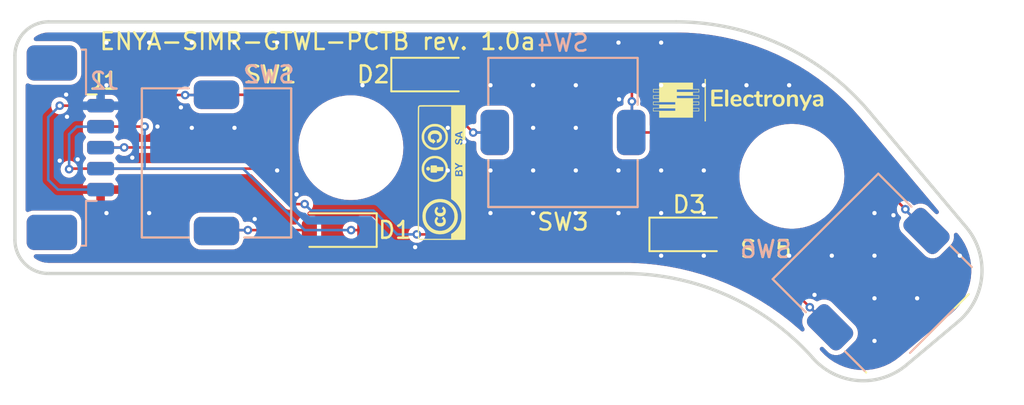
<source format=kicad_pcb>
(kicad_pcb (version 20221018) (generator pcbnew)
  (title_block (title "DIY GT Wheel Top Button Board") (date "2023-06-30") (rev "1.0a") (company "Electronya") (comment 1 "ENYA-SIMR-GTWL-PCTB"))
  (layers (0 "F.Cu" signal) (31 "B.Cu" signal) (34 "B.Paste" user) (35 "F.Paste" user) (36 "B.SilkS" user "B.Silkscreen") (37 "F.SilkS" user "F.Silkscreen") (38 "B.Mask" user) (39 "F.Mask" user) (44 "Edge.Cuts" user))
  (net 0 "")
  (net 1 "/BTN_ROW0")
  (net 2 "Net-(D1-A)")
  (net 3 "/BTN_ROW1")
  (net 4 "Net-(D2-A)")
  (net 5 "/BTN_ROW2")
  (net 6 "Net-(D3-A)")
  (net 7 "/BTN_COL")
  (net 8 "GND")
  (footprint "Diode_SMD:D_SOD-123" (layer "F.Cu") (at 237.871 131.445)
    (fp_text reference "D3" (at 0 -1.778) (layer "F.SilkS"))
    (fp_text value "1N4148W-7-F" hide)
    (pad "1" smd roundrect (at -1.65 0) (size 0.9 1.2) (layers "F.Cu" "F.Paste" "F.Mask") (net 5 "/BTN_ROW2"))
    (pad "2" smd roundrect (at 1.65 0) (size 0.9 1.2) (layers "F.Cu" "F.Paste" "F.Mask") (net 6 "Net-(D3-A)"))
  )
  (footprint "ENYA_Bitmap:CC-BY-SA_8MM" (layer "F.Cu") (at 223.139 127.762 90)
    (fp_text reference "G2" hide)
    (fp_text value "CC-BY-SA_Logo" hide)
  )
  (footprint "ENYA_Bitmap:Electronya_Logo_10MM" (layer "F.Cu") (at 240.792 123.444)
    (fp_text reference "G1" hide)
    (fp_text value "Electronya_Logo" hide)
  )
  (footprint "ENYA_Switch_Push:SKSTAJE_Alps_SPST" (layer "F.Cu") (at 249.134494 134.111883 -135)
    (fp_text reference "SW5" (at 3.474448 5.988754) (layer "F.SilkS"))
    (fp_text value "SKSTAJE010" hide)
    (pad "1" smd roundrect locked (at -4.06 0 225) (size 1.7 2.7) (layers "F.Cu" "F.Paste" "F.Mask") (net 7 "/BTN_COL"))
    (pad "2" smd roundrect locked (at 4.060001 0 225) (size 1.7 2.7) (layers "F.Cu" "F.Paste" "F.Mask") (net 6 "Net-(D3-A)") (clearance 0.2794))
  )
  (footprint "Diode_SMD:D_SOD-123" (layer "F.Cu") (at 216.916 131.191 180)
    (fp_text reference "D1" (at -3.429 0) (layer "F.SilkS"))
    (fp_text value "1N4148W-7-F" hide)
    (pad "1" smd roundrect (at -1.65 0 180) (size 0.9 1.2) (layers "F.Cu" "F.Paste" "F.Mask") (net 1 "/BTN_ROW0"))
    (pad "2" smd roundrect (at 1.65 0 180) (size 0.9 1.2) (layers "F.Cu" "F.Paste" "F.Mask") (net 2 "Net-(D1-A)"))
  )
  (footprint "Diode_SMD:D_SOD-123" (layer "F.Cu") (at 222.504 121.92)
    (fp_text reference "D2" (at -3.429 0) (layer "F.SilkS"))
    (fp_text value "1N4148W-7-F" hide)
    (pad "1" smd roundrect (at -1.65 0) (size 0.9 1.2) (layers "F.Cu" "F.Paste" "F.Mask") (net 3 "/BTN_ROW1"))
    (pad "2" smd roundrect (at 1.65 0) (size 0.9 1.2) (layers "F.Cu" "F.Paste" "F.Mask") (net 4 "Net-(D2-A)"))
  )
  (footprint "MountingHole:MountingHole_3.2mm_M3_DIN965" (layer "F.Cu") (at 243.992193 127.983527)
    (fp_text reference "MH2" hide)
    (fp_text value "MH-NPLTD-M3" hide)
    (pad "" np_thru_hole circle locked (at 0 0) (size 3.2 3.2) (drill 3.2) (layers "*.Cu" "*.Mask"))
  )
  (footprint "ENYA_Connector_PicoBlade:PICO_BLADE_53261_1x5_SMD_RA_1.25MM" (layer "F.Cu") (at 199.939 126.277 -90)
    (fp_text reference "J1" (at -3.976 -3.134 -180) (layer "F.SilkS"))
    (fp_text value "PICO_BLADE_1x5_MALE_RA_SMD" hide)
    (pad "1" smd roundrect locked (at -2.5 -2.9 270) (size 0.8 1.6) (layers "F.Cu" "F.Paste" "F.Mask") (net 7 "/BTN_COL"))
    (pad "2" smd roundrect locked (at -1.25 -2.9 270) (size 0.8 1.6) (layers "F.Cu" "F.Paste" "F.Mask") (net 1 "/BTN_ROW0"))
    (pad "3" smd roundrect locked (at 0 -2.9 270) (size 0.8 1.6) (layers "F.Cu" "F.Paste" "F.Mask") (net 3 "/BTN_ROW1"))
    (pad "4" smd roundrect locked (at 1.25 -2.9 270) (size 0.8 1.6) (layers "F.Cu" "F.Paste" "F.Mask") (net 5 "/BTN_ROW2"))
    (pad "5" smd roundrect locked (at 2.5 -2.9 270) (size 0.8 1.6) (layers "F.Cu" "F.Paste" "F.Mask") (net 8 "GND"))
    (pad "MP" smd roundrect locked (at -5.05 0 270) (size 2.1 3) (layers "F.Cu" "F.Paste" "F.Mask") (roundrect_rratio 0.208333))
    (pad "MP" smd roundrect locked (at 5.05 0 270) (size 2.1 3) (layers "F.Cu" "F.Paste" "F.Mask") (roundrect_rratio 0.208333))
  )
  (footprint "ENYA_Switch_Push:SKSTAJE_Alps_SPST" (layer "F.Cu") (at 209.739 127.184036 -90)
    (fp_text reference "SW1" (at -5.264036 -3.24 -180) (layer "F.SilkS"))
    (fp_text value "SKSTAJE010" hide)
    (pad "1" smd roundrect locked (at -4.06 0 270) (size 1.7 2.7) (layers "F.Cu" "F.Paste" "F.Mask") (net 7 "/BTN_COL"))
    (pad "2" smd roundrect locked (at 4.06 0 270) (size 1.7 2.7) (layers "F.Cu" "F.Paste" "F.Mask") (net 2 "Net-(D1-A)"))
  )
  (footprint "MountingHole:MountingHole_3.2mm_M3_DIN965" (layer "F.Cu") (at 217.739 126.277)
    (fp_text reference "MH1" hide)
    (fp_text value "MH-NPLTD-M3" hide)
    (pad "" np_thru_hole circle locked (at 0 0) (size 3.2 3.2) (drill 3.2) (layers "*.Cu" "*.Mask"))
  )
  (footprint "ENYA_Switch_Push:SKSTAJE_Alps_SPST" (layer "F.Cu") (at 230.364902 125.369964 180)
    (fp_text reference "SW3" (at 0 -5.334) (layer "F.SilkS"))
    (fp_text value "SKSTAJE010" hide)
    (pad "1" smd roundrect locked (at -4.06 0 180) (size 1.7 2.7) (layers "F.Cu" "F.Paste" "F.Mask") (net 7 "/BTN_COL"))
    (pad "2" smd roundrect locked (at 4.06 0 180) (size 1.7 2.7) (layers "F.Cu" "F.Paste" "F.Mask") (net 4 "Net-(D2-A)"))
  )
  (footprint "ENYA_Connector_PicoBlade:PICO_BLADE_53261_1x5_SMD_RA_1.25MM" (layer "B.Cu") (at 199.939 126.277 90)
    (fp_text reference "J2" (at 3.976 3.134 180) (layer "B.SilkS") (effects (justify mirror)))
    (fp_text value "PICO_BLADE_1x5_MALE_RA_SMD" hide)
    (pad "1" smd roundrect locked (at -2.5 2.9 90) (size 0.8 1.6) (layers "B.Cu" "B.Paste" "B.Mask") (net 7 "/BTN_COL"))
    (pad "2" smd roundrect locked (at -1.25 2.9 90) (size 0.8 1.6) (layers "B.Cu" "B.Paste" "B.Mask") (net 1 "/BTN_ROW0"))
    (pad "3" smd roundrect locked (at 0 2.9 90) (size 0.8 1.6) (layers "B.Cu" "B.Paste" "B.Mask") (net 3 "/BTN_ROW1"))
    (pad "4" smd roundrect locked (at 1.25 2.9 90) (size 0.8 1.6) (layers "B.Cu" "B.Paste" "B.Mask") (net 5 "/BTN_ROW2"))
    (pad "5" smd roundrect locked (at 2.5 2.9 90) (size 0.8 1.6) (layers "B.Cu" "B.Paste" "B.Mask") (net 8 "GND"))
    (pad "MP" smd roundrect locked (at -5.05 0 90) (size 2.1 3) (layers "B.Cu" "B.Paste" "B.Mask") (roundrect_rratio 0.208333))
    (pad "MP" smd roundrect locked (at 5.05 0 90) (size 2.1 3) (layers "B.Cu" "B.Paste" "B.Mask") (roundrect_rratio 0.208333))
  )
  (footprint "ENYA_Switch_Push:SKSTAJE_Alps_SPST" (layer "B.Cu") (at 230.364902 125.369964 180)
    (fp_text reference "SW4" (at 0 5.334) (layer "B.SilkS") (effects (justify mirror)))
    (fp_text value "SKSTAJE010" hide)
    (pad "1" smd roundrect locked (at -4.06 0 180) (size 1.7 2.7) (layers "B.Cu" "B.Paste" "B.Mask") (net 7 "/BTN_COL"))
    (pad "2" smd roundrect locked (at 4.06 0 180) (size 1.7 2.7) (layers "B.Cu" "B.Paste" "B.Mask") (net 4 "Net-(D2-A)"))
  )
  (footprint "ENYA_Switch_Push:SKSTAJE_Alps_SPST" (layer "B.Cu") (at 209.739 127.184036 -90)
    (fp_text reference "SW2" (at -5.264036 -3.113 -180) (layer "B.SilkS") (effects (justify mirror)))
    (fp_text value "SKSTAJE010" hide)
    (pad "1" smd roundrect locked (at -4.06 0 270) (size 1.7 2.7) (layers "B.Cu" "B.Paste" "B.Mask") (net 7 "/BTN_COL"))
    (pad "2" smd roundrect locked (at 4.06 0 270) (size 1.7 2.7) (layers "B.Cu" "B.Paste" "B.Mask") (net 2 "Net-(D1-A)"))
  )
  (footprint "ENYA_Switch_Push:SKSTAJE_Alps_SPST" (layer "B.Cu") (at 249.134494 134.111883 -135)
    (fp_text reference "SW6" (at 3.474448 5.988754) (layer "B.SilkS") (effects (justify mirror)))
    (fp_text value "SKSTAJE010" hide)
    (pad "1" smd roundrect locked (at -4.06 0 225) (size 1.7 2.7) (layers "B.Cu" "B.Paste" "B.Mask") (net 7 "/BTN_COL"))
    (pad "2" smd roundrect locked (at 4.060001 0 225) (size 1.7 2.7) (layers "B.Cu" "B.Paste" "B.Mask") (net 6 "Net-(D3-A)") (clearance 0.2794))
  )
  (gr_arc (start 234.026435 133.777) (mid 240.178043 135.096429) (end 245.247418 138.822627) (stroke (width 0.2)) (layer "Edge.Cuts"))
  (gr_line (start 197.739 120.777) (end 197.739 131.777) (stroke (width 0.2)) (layer "Edge.Cuts"))
  (gr_arc (start 250.810831 139.232306) (mid 247.945915 140.157345) (end 245.247418 138.822627) (stroke (width 0.2)) (layer "Edge.Cuts"))
  (gr_line (start 237.104828 118.777) (end 199.739 118.777) (stroke (width 0.2)) (layer "Edge.Cuts"))
  (gr_line (start 254.373548 131.021202) (end 248.595494 124.135186) (stroke (width 0.2)) (layer "Edge.Cuts"))
  (gr_line (start 250.810831 139.232306) (end 253.880521 136.65653) (stroke (width 0.2)) (layer "Edge.Cuts"))
  (gr_arc (start 197.739 120.777) (mid 198.324799 119.36282) (end 199.739 118.777) (stroke (width 0.2)) (layer "Edge.Cuts"))
  (gr_arc (start 254.373548 131.021202) (mid 255.294128 133.940967) (end 253.880521 136.65653) (stroke (width 0.2)) (layer "Edge.Cuts"))
  (gr_arc (start 199.739 133.777) (mid 198.324767 133.191228) (end 197.739 131.777) (stroke (width 0.2)) (layer "Edge.Cuts"))
  (gr_arc (start 237.104828 118.777) (mid 243.444111 120.182372) (end 248.595494 124.135186) (stroke (width 0.2)) (layer "Edge.Cuts"))
  (gr_line (start 199.739 133.777) (end 234.026435 133.777) (stroke (width 0.2)) (layer "Edge.Cuts"))
  (gr_text "ENYA-SIMR-GTWL-PCTB rev. 1.0a" (at 202.692 120.523) (layer "F.SilkS") (effects (font (size 1 1)) (justify left bottom)))
  (segment (start 205.4606 125.0188) (end 202.8472 125.0188) (width 0.1524) (layer "F.Cu") (net 1))
  (segment (start 202.8472 125.0188) (end 202.839 125.027) (width 0.1524) (layer "F.Cu") (net 1))
  (segment (start 218.566 131.191) (end 217.7542 131.191) (width 0.1524) (layer "F.Cu") (net 1))
  (via (at 205.4606 125.0188) (size 0.508) (drill 0.254) (layers "F.Cu" "B.Cu") (net 1))
  (via (at 217.7542 131.191) (size 0.508) (drill 0.254) (layers "F.Cu" "B.Cu") (net 1))
  (segment (start 205.4606 125.0188) (end 205.4606 127.527) (width 0.1524) (layer "B.Cu") (net 1))
  (segment (start 211.3216 127.527) (end 205.4606 127.527) (width 0.1524) (layer "B.Cu") (net 1))
  (segment (start 217.7542 131.191) (end 216.9668 131.191) (width 0.1524) (layer "B.Cu") (net 1))
  (segment (start 214.9856 131.191) (end 211.3216 127.527) (width 0.1524) (layer "B.Cu") (net 1))
  (segment (start 216.9668 131.191) (end 214.9856 131.191) (width 0.1524) (layer "B.Cu") (net 1))
  (segment (start 205.4606 127.527) (end 202.839 127.527) (width 0.1524) (layer "B.Cu") (net 1))
  (segment (start 215.266 131.191) (end 211.6074 131.191) (width 0.1524) (layer "F.Cu") (net 2))
  (segment (start 211.6074 131.191) (end 209.792036 131.191) (width 0.1524) (layer "F.Cu") (net 2))
  (segment (start 209.792036 131.191) (end 209.739 131.244036) (width 0.1524) (layer "F.Cu") (net 2))
  (via (at 211.6074 131.191) (size 0.508) (drill 0.254) (layers "F.Cu" "B.Cu") (net 2))
  (segment (start 209.792036 131.191) (end 209.739 131.244036) (width 0.1524) (layer "B.Cu") (net 2))
  (segment (start 211.6074 131.191) (end 209.792036 131.191) (width 0.1524) (layer "B.Cu") (net 2))
  (segment (start 204.2414 126.2634) (end 211.0232 126.2634) (width 0.1524) (layer "F.Cu") (net 3))
  (segment (start 211.0232 126.2634) (end 215.3666 121.92) (width 0.1524) (layer "F.Cu") (net 3))
  (segment (start 204.2414 126.2634) (end 202.8526 126.2634) (width 0.1524) (layer "F.Cu") (net 3))
  (segment (start 202.8526 126.2634) (end 202.839 126.277) (width 0.1524) (layer "F.Cu") (net 3))
  (segment (start 215.3666 121.92) (end 220.854 121.92) (width 0.1524) (layer "F.Cu") (net 3))
  (via (at 204.2414 126.2634) (size 0.508) (drill 0.254) (layers "F.Cu" "B.Cu") (net 3))
  (segment (start 204.2278 126.277) (end 204.2414 126.2634) (width 0.1524) (layer "B.Cu") (net 3))
  (segment (start 202.839 126.277) (end 204.2278 126.277) (width 0.1524) (layer "B.Cu") (net 3))
  (segment (start 225.0186 125.3744) (end 224.154 124.5098) (width 0.1524) (layer "F.Cu") (net 4))
  (segment (start 226.304902 125.369964) (end 225.023036 125.369964) (width 0.1524) (layer "F.Cu") (net 4))
  (segment (start 225.023036 125.369964) (end 225.0186 125.3744) (width 0.1524) (layer "F.Cu") (net 4))
  (segment (start 224.154 124.5098) (end 224.154 121.92) (width 0.1524) (layer "F.Cu") (net 4))
  (via (at 225.0186 125.3744) (size 0.508) (drill 0.254) (layers "F.Cu" "B.Cu") (net 4))
  (segment (start 226.300466 125.3744) (end 226.304902 125.369964) (width 0.1524) (layer "B.Cu") (net 4))
  (segment (start 225.0186 125.3744) (end 226.300466 125.3744) (width 0.1524) (layer "B.Cu") (net 4))
  (segment (start 214.9856 129.6416) (end 214.0712 129.6416) (width 0.1524) (layer "F.Cu") (net 5))
  (segment (start 224.6884 131.445) (end 221.6658 131.445) (width 0.1524) (layer "F.Cu") (net 5))
  (segment (start 224.6884 131.445) (end 236.221 131.445) (width 0.1524) (layer "F.Cu") (net 5))
  (segment (start 200.9648 127.5588) (end 200.9966 127.527) (width 0.1524) (layer "F.Cu") (net 5))
  (segment (start 214.0712 129.6416) (end 211.9566 127.527) (width 0.1524) (layer "F.Cu") (net 5))
  (segment (start 200.9966 127.527) (end 202.839 127.527) (width 0.1524) (layer "F.Cu") (net 5))
  (segment (start 211.9566 127.527) (end 202.839 127.527) (width 0.1524) (layer "F.Cu") (net 5))
  (via (at 214.9856 129.6416) (size 0.508) (drill 0.254) (layers "F.Cu" "B.Cu") (net 5))
  (via (at 200.9648 127.5588) (size 0.508) (drill 0.254) (layers "F.Cu" "B.Cu") (net 5))
  (via (at 221.6658 131.445) (size 0.508) (drill 0.254) (layers "F.Cu" "B.Cu") (net 5))
  (segment (start 200.9648 125.476) (end 201.4138 125.027) (width 0.1524) (layer "B.Cu") (net 5))
  (segment (start 200.9648 127.5588) (end 200.9648 125.476) (width 0.1524) (layer "B.Cu") (net 5))
  (segment (start 219.075 130.0226) (end 215.3666 130.0226) (width 0.1524) (layer "B.Cu") (net 5))
  (segment (start 215.3666 130.0226) (end 214.9856 129.6416) (width 0.1524) (layer "B.Cu") (net 5))
  (segment (start 220.4974 131.445) (end 219.075 130.0226) (width 0.1524) (layer "B.Cu") (net 5))
  (segment (start 221.6658 131.445) (end 220.4974 131.445) (width 0.1524) (layer "B.Cu") (net 5))
  (segment (start 201.4138 125.027) (end 202.839 125.027) (width 0.1524) (layer "B.Cu") (net 5))
  (segment (start 246.253537 136.982737) (end 245.0592 135.7884) (width 0.1524) (layer "F.Cu") (net 6))
  (segment (start 246.26364 136.982737) (end 246.253537 136.982737) (width 0.1524) (layer "F.Cu") (net 6))
  (segment (start 240.7158 131.445) (end 239.521 131.445) (width 0.1524) (layer "F.Cu") (net 6))
  (segment (start 245.0592 135.7884) (end 240.7158 131.445) (width 0.1524) (layer "F.Cu") (net 6))
  (via (at 245.0592 135.7884) (size 0.508) (drill 0.254) (layers "F.Cu" "B.Cu") (net 6))
  (segment (start 245.0592 135.7884) (end 245.069303 135.7884) (width 0.1524) (layer "B.Cu") (net 6))
  (segment (start 245.069303 135.7884) (end 246.26364 136.982737) (width 0.1524) (layer "B.Cu") (net 6))
  (segment (start 248.8438 126.8476) (end 248.8438 128.0414) (width 0.1524) (layer "F.Cu") (net 7))
  (segment (start 207.8736 123.1392) (end 209.723836 123.1392) (width 0.1524) (layer "F.Cu") (net 7))
  (segment (start 206.0194 123.1392) (end 207.8736 123.1392) (width 0.1524) (layer "F.Cu") (net 7))
  (segment (start 214.7316 120.269) (end 232.7148 120.269) (width 0.1524) (layer "F.Cu") (net 7))
  (segment (start 234.4674 122.0216) (end 234.4674 123.5202) (width 0.1524) (layer "F.Cu") (net 7))
  (segment (start 202.8362 123.7742) (end 202.839 123.777) (width 0.1524) (layer "F.Cu") (net 7))
  (segment (start 209.723836 123.1392) (end 209.739 123.124036) (width 0.1524) (layer "F.Cu") (net 7))
  (segment (start 240.7412 123.8758) (end 245.872 123.8758) (width 0.1524) (layer "F.Cu") (net 7))
  (segment (start 209.739 123.124036) (end 211.876564 123.124036) (width 0.1524) (layer "F.Cu") (net 7))
  (segment (start 234.424902 125.369964) (end 239.247036 125.369964) (width 0.1524) (layer "F.Cu") (net 7))
  (segment (start 234.4674 125.327466) (end 234.424902 125.369964) (width 0.1524) (layer "F.Cu") (net 7))
  (segment (start 205.3816 123.777) (end 206.0194 123.1392) (width 0.1524) (layer "F.Cu") (net 7))
  (segment (start 248.8438 128.0414) (end 250.7488 129.9464) (width 0.1524) (layer "F.Cu") (net 7))
  (segment (start 245.872 123.8758) (end 248.8438 126.8476) (width 0.1524) (layer "F.Cu") (net 7))
  (segment (start 250.7488 129.984481) (end 252.005348 131.241029) (width 0.1524) (layer "F.Cu") (net 7))
  (segment (start 234.4674 123.5202) (end 234.4674 125.327466) (width 0.1524) (layer "F.Cu") (net 7))
  (segment (start 202.839 123.777) (end 205.3816 123.777) (width 0.1524) (layer "F.Cu") (net 7))
  (segment (start 200.406 123.7742) (end 202.8362 123.7742) (width 0.1524) (layer "F.Cu") (net 7))
  (segment (start 232.7148 120.269) (end 234.4674 122.0216) (width 0.1524) (layer "F.Cu") (net 7))
  (segment (start 250.7488 129.9464) (end 250.7488 129.984481) (width 0.1524) (layer "F.Cu") (net 7))
  (segment (start 211.876564 123.124036) (end 214.7316 120.269) (width 0.1524) (layer "F.Cu") (net 7))
  (segment (start 239.247036 125.369964) (end 240.7412 123.8758) (width 0.1524) (layer "F.Cu") (net 7))
  (via (at 234.4674 123.5202) (size 0.508) (drill 0.254) (layers "F.Cu" "B.Cu") (net 7))
  (via (at 200.406 123.7742) (size 0.508) (drill 0.254) (layers "F.Cu" "B.Cu") (net 7))
  (via (at 207.8736 123.1392) (size 0.508) (drill 0.254) (layers "F.Cu" "B.Cu") (net 7))
  (via (at 250.7488 129.9464) (size 0.508) (drill 0.254) (layers "F.Cu" "B.Cu") (net 7))
  (segment (start 207.8736 123.1392) (end 209.723836 123.1392) (width 0.1524) (layer "B.Cu") (net 7))
  (segment (start 209.723836 123.1392) (end 209.739 123.124036) (width 0.1524) (layer "B.Cu") (net 7))
  (segment (start 200.3034 128.777) (end 199.7202 128.1938) (width 0.1524) (layer "B.Cu") (net 7))
  (segment (start 250.7488 129.984481) (end 252.005348 131.241029) (width 0.1524) (layer "B.Cu") (net 7))
  (segment (start 234.4674 123.5202) (end 234.4674 125.327466) (width 0.1524) (layer "B.Cu") (net 7))
  (segment (start 250.7488 129.9464) (end 250.7488 129.984481) (width 0.1524) (layer "B.Cu") (net 7))
  (segment (start 199.7202 128.1938) (end 199.7202 124.46) (width 0.1524) (layer "B.Cu") (net 7))
  (segment (start 202.839 128.777) (end 200.3034 128.777) (width 0.1524) (layer "B.Cu") (net 7))
  (segment (start 234.4674 125.327466) (end 234.424902 125.369964) (width 0.1524) (layer "B.Cu") (net 7))
  (segment (start 199.7202 124.46) (end 200.406 123.7742) (width 0.1524) (layer "B.Cu") (net 7))
  (via (at 210.8085 125.095) (size 0.508) (drill 0.254) (layers "F.Cu" "B.Cu") (net 8))
  (via (at 238.7485 122.555) (size 0.508) (drill 0.254) (layers "F.Cu" "B.Cu") (net 8))
  (via (at 221.5642 132.207) (size 0.508) (drill 0.254) (layers "F.Cu" "B.Cu") (net 8))
  (via (at 213.3485 120.015) (size 0.508) (drill 0.254) (layers "F.Cu" "B.Cu") (net 8))
  (via (at 201.4728 126.9746) (size 0.508) (drill 0.254) (layers "F.Cu" "B.Cu") (net 8))
  (via (at 228.5885 130.175) (size 0.508) (drill 0.254) (layers "F.Cu" "B.Cu") (net 8))
  (via (at 236.2085 130.175) (size 0.508) (drill 0.254) (layers "F.Cu" "B.Cu") (net 8))
  (via (at 231.1285 125.095) (size 0.508) (drill 0.254) (layers "F.Cu" "B.Cu") (net 8))
  (via (at 226.0485 127.635) (size 0.508) (drill 0.254) (layers "F.Cu" "B.Cu") (net 8))
  (via (at 248.9085 135.255) (size 0.508) (drill 0.254) (layers "F.Cu" "B.Cu") (net 8))
  (via (at 203.1885 122.555) (size 0.508) (drill 0.254) (layers "F.Cu" "B.Cu") (net 8))
  (via (at 208.2685 120.015) (size 0.508) (drill 0.254) (layers "F.Cu" "B.Cu") (net 8))
  (via (at 251.4485 135.255) (size 0.508) (drill 0.254) (layers "F.Cu" "B.Cu") (net 8))
  (via (at 228.5885 127.635) (size 0.508) (drill 0.254) (layers "F.Cu" "B.Cu") (net 8))
  (via (at 224.4852 125.9332) (size 0.508) (drill 0.254) (layers "F.Cu" "B.Cu") (net 8))
  (via (at 233.6685 130.175) (size 0.508) (drill 0.254) (layers "F.Cu" "B.Cu") (net 8))
  (via (at 206.2226 125.0188) (size 0.508) (drill 0.254) (layers "F.Cu" "B.Cu") (net 8))
  (via (at 231.1285 130.175) (size 0.508) (drill 0.254) (layers "F.Cu" "B.Cu") (net 8))
  (via (at 233.6685 120.015) (size 0.508) (drill 0.254) (layers "F.Cu" "B.Cu") (net 8))
  (via (at 228.5885 122.555) (size 0.508) (drill 0.254) (layers "F.Cu" "B.Cu") (net 8))
  (via (at 233.6685 127.635) (size 0.508) (drill 0.254) (layers "F.Cu" "B.Cu") (net 8))
  (via (at 200.8378 124.4346) (size 0.508) (drill 0.254) (layers "F.Cu" "B.Cu") (net 8))
  (via (at 226.0485 122.555) (size 0.508) (drill 0.254) (layers "F.Cu" "B.Cu") (net 8))
  (via (at 226.0485 130.175) (size 0.508) (drill 0.254) (layers "F.Cu" "B.Cu") (net 8))
  (via (at 248.9085 132.715) (size 0.508) (drill 0.254) (layers "F.Cu" "B.Cu") (net 8))
  (via (at 205.7285 130.175) (size 0.508) (drill 0.254) (layers "F.Cu" "B.Cu") (net 8))
  (via (at 205.7285 120.015) (size 0.508) (drill 0.254) (layers "F.Cu" "B.Cu") (net 8))
  (via (at 200.406 127.0508) (size 0.508) (drill 0.254) (layers "F.Cu" "B.Cu") (net 8))
  (via (at 223.5085 127.635) (size 0.508) (drill 0.254) (layers "F.Cu" "B.Cu") (net 8))
  (via (at 238.7485 130.175) (size 0.508) (drill 0.254) (layers "F.Cu" "B.Cu") (net 8))
  (via (at 207.6196 123.8758) (size 0.508) (drill 0.254) (layers "F.Cu" "B.Cu") (net 8))
  (via (at 233.7054 123.3932) (size 0.508) (drill 0.254) (layers "F.Cu" "B.Cu") (net 8))
  (via (at 212.0138 130.5306) (size 0.508) (drill 0.254) (layers "F.Cu" "B.Cu") (net 8))
  (via (at 246.3685 132.715) (size 0.508) (drill 0.254) (layers "F.Cu" "B.Cu") (net 8))
  (via (at 238.7485 132.715) (size 0.508) (drill 0.254) (layers "F.Cu" "B.Cu") (net 8))
  (via (at 204.724 126.873) (size 0.508) (drill 0.254) (layers "F.Cu" "B.Cu") (net 8))
  (via (at 248.9085 130.175) (size 0.508) (drill 0.254) (layers "F.Cu" "B.Cu") (net 8))
  (via (at 228.5885 125.095) (size 0.508) (drill 0.254) (layers "F.Cu" "B.Cu") (net 8))
  (via (at 214.503 129.0574) (size 0.508) (drill 0.254) (layers "F.Cu" "B.Cu") (net 8))
  (via (at 236.2085 122.555) (size 0.508) (drill 0.254) (layers "F.Cu" "B.Cu") (net 8))
  (via (at 243.8285 122.555) (size 0.508) (drill 0.254) (layers "F.Cu" "B.Cu") (net 8))
  (via (at 245.3386 135.0518) (size 0.508) (drill 0.254) (layers "F.Cu" "B.Cu") (net 8))
  (via (at 253.9885 132.715) (size 0.508) (drill 0.254) (layers "F.Cu" "B.Cu") (net 8))
  (via (at 248.9085 137.795) (size 0.508) (drill 0.254) (layers "F.Cu" "B.Cu") (net 8))
  (via (at 203.1885 120.015) (size 0.508) (drill 0.254) (layers "F.Cu" "B.Cu") (net 8))
  (via (at 236.2085 132.715) (size 0.508) (drill 0.254) (layers "F.Cu" "B.Cu") (net 8))
  (via (at 243.8285 132.715) (size 0.508) (drill 0.254) (layers "F.Cu" "B.Cu") (net 8))
  (via (at 208.2685 125.095) (size 0.508) (drill 0.254) (layers "F.Cu" "B.Cu") (net 8))
  (via (at 241.2885 122.555) (size 0.508) (drill 0.254) (layers "F.Cu" "B.Cu") (net 8))
  (via (at 223.5085 125.095) (size 0.508) (drill 0.254) (layers "F.Cu" "B.Cu") (net 8))
  (via (at 213.3485 127.635) (size 0.508) (drill 0.254) (layers "F.Cu" "B.Cu") (net 8))
  (via (at 210.8085 120.015) (size 0.508) (drill 0.254) (layers "F.Cu" "B.Cu") (net 8))
  (via (at 250.0376 130.302) (size 0.508) (drill 0.254) (layers "F.Cu" "B.Cu") (net 8))
  (via (at 238.7485 127.635) (size 0.508) (drill 0.254) (layers "F.Cu" "B.Cu") (net 8))
  (via (at 236.2085 120.015) (size 0.508) (drill 0.254) (layers "F.Cu" "B.Cu") (net 8))
  (via (at 218.4285 122.555) (size 0.508) (drill 0.254) (layers "F.Cu" "B.Cu") (net 8))
  (via (at 231.1285 127.635) (size 0.508) (drill 0.254) (layers "F.Cu" "B.Cu") (net 8))
  (via (at 203.1885 130.175) (size 0.508) (drill 0.254) (layers "F.Cu" "B.Cu") (net 8))
  (via (at 200.787 123.1138) (size 0.508) (drill 0.254) (layers "F.Cu" "B.Cu") (net 8))
  (via (at 236.2085 127.635) (size 0.508) (drill 0.254) (layers "F.Cu" "B.Cu") (net 8))
  (via (at 231.1285 122.555) (size 0.508) (drill 0.254) (layers "F.Cu" "B.Cu") (net 8))
  (zone (net 8) (net_name "GND") (layers "F&B.Cu") (connect_pads (clearance 0.254)) (min_thickness 0.254) (fill yes (thermal_gap 0.254) (thermal_bridge_width 0.508) (smoothing fillet) (radius 0.635))
    (polygon (pts (xy 196.85 117.475) (xy 257.81 117.475) (xy 257.81 141.605) (xy 196.85 141.605)))
  )
)
</source>
